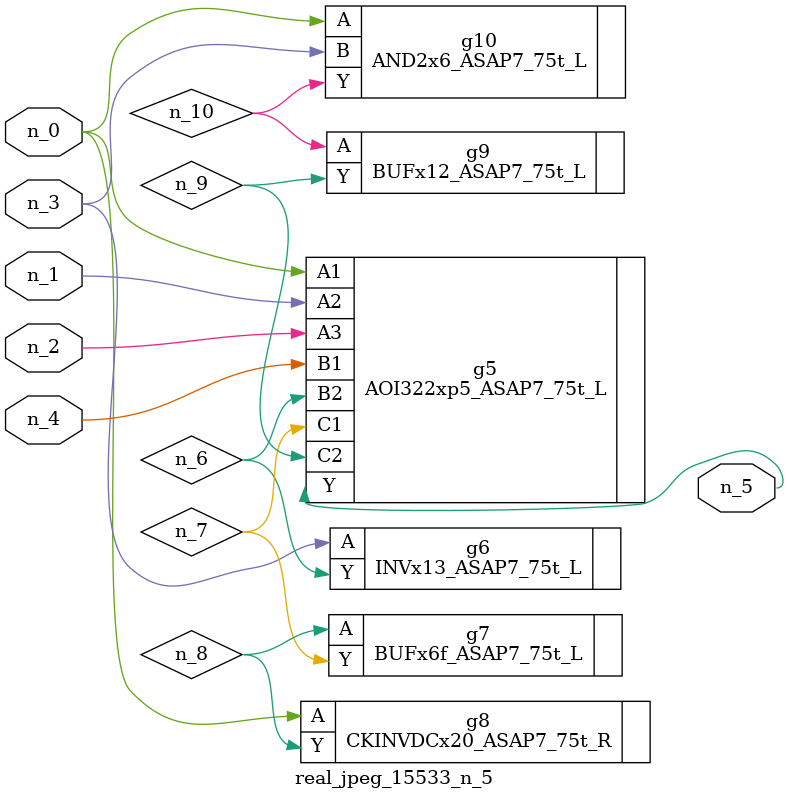
<source format=v>
module real_jpeg_15533_n_5 (n_4, n_0, n_1, n_2, n_3, n_5);

input n_4;
input n_0;
input n_1;
input n_2;
input n_3;

output n_5;

wire n_8;
wire n_6;
wire n_7;
wire n_10;
wire n_9;

AOI322xp5_ASAP7_75t_L g5 ( 
.A1(n_0),
.A2(n_1),
.A3(n_2),
.B1(n_4),
.B2(n_6),
.C1(n_7),
.C2(n_9),
.Y(n_5)
);

CKINVDCx20_ASAP7_75t_R g8 ( 
.A(n_0),
.Y(n_8)
);

AND2x6_ASAP7_75t_L g10 ( 
.A(n_0),
.B(n_3),
.Y(n_10)
);

INVx13_ASAP7_75t_L g6 ( 
.A(n_3),
.Y(n_6)
);

BUFx6f_ASAP7_75t_L g7 ( 
.A(n_8),
.Y(n_7)
);

BUFx12_ASAP7_75t_L g9 ( 
.A(n_10),
.Y(n_9)
);


endmodule
</source>
